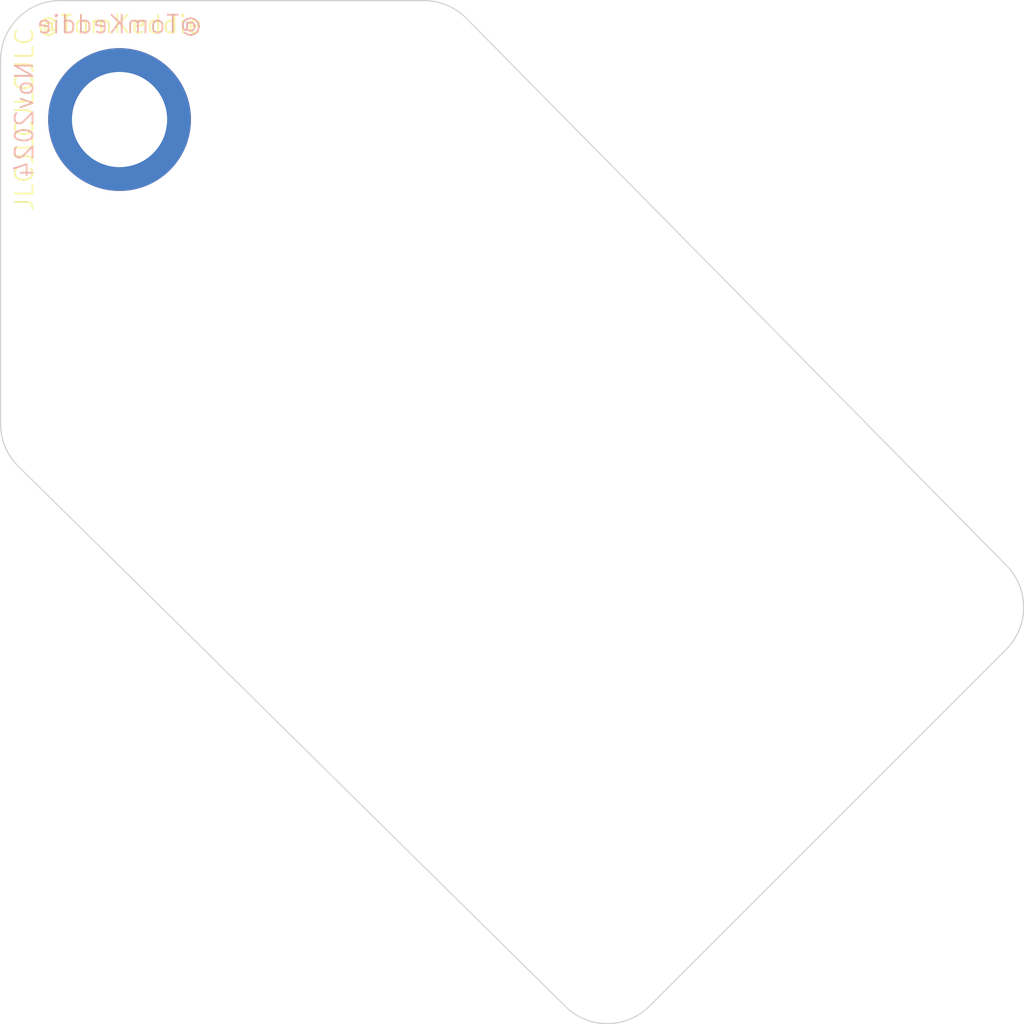
<source format=kicad_pcb>
(kicad_pcb
	(version 20240108)
	(generator "pcbnew")
	(generator_version "8.0")
	(general
		(thickness 1.6)
		(legacy_teardrops no)
	)
	(paper "A4")
	(layers
		(0 "F.Cu" signal)
		(31 "B.Cu" signal)
		(32 "B.Adhes" user "B.Adhesive")
		(33 "F.Adhes" user "F.Adhesive")
		(34 "B.Paste" user)
		(35 "F.Paste" user)
		(36 "B.SilkS" user "B.Silkscreen")
		(37 "F.SilkS" user "F.Silkscreen")
		(38 "B.Mask" user)
		(39 "F.Mask" user)
		(40 "Dwgs.User" user "User.Drawings")
		(41 "Cmts.User" user "User.Comments")
		(42 "Eco1.User" user "User.Eco1")
		(43 "Eco2.User" user "User.Eco2")
		(44 "Edge.Cuts" user)
		(45 "Margin" user)
		(46 "B.CrtYd" user "B.Courtyard")
		(47 "F.CrtYd" user "F.Courtyard")
		(48 "B.Fab" user)
		(49 "F.Fab" user)
		(50 "User.1" user)
		(51 "User.2" user)
		(52 "User.3" user)
		(53 "User.4" user)
		(54 "User.5" user)
		(55 "User.6" user)
		(56 "User.7" user)
		(57 "User.8" user)
		(58 "User.9" user)
	)
	(setup
		(pad_to_mask_clearance 0)
		(allow_soldermask_bridges_in_footprints no)
		(pcbplotparams
			(layerselection 0x00010f0_ffffffff)
			(plot_on_all_layers_selection 0x0000000_00000000)
			(disableapertmacros no)
			(usegerberextensions yes)
			(usegerberattributes no)
			(usegerberadvancedattributes yes)
			(creategerberjobfile yes)
			(dashed_line_dash_ratio 12.000000)
			(dashed_line_gap_ratio 3.000000)
			(svgprecision 4)
			(plotframeref no)
			(viasonmask no)
			(mode 1)
			(useauxorigin no)
			(hpglpennumber 1)
			(hpglpenspeed 20)
			(hpglpendiameter 15.000000)
			(pdf_front_fp_property_popups yes)
			(pdf_back_fp_property_popups yes)
			(dxfpolygonmode yes)
			(dxfimperialunits yes)
			(dxfusepcbnewfont yes)
			(psnegative no)
			(psa4output no)
			(plotreference yes)
			(plotvalue yes)
			(plotfptext yes)
			(plotinvisibletext no)
			(sketchpadsonfab no)
			(subtractmaskfromsilk no)
			(outputformat 1)
			(mirror no)
			(drillshape 0)
			(scaleselection 1)
			(outputdirectory "gerbers-small/")
		)
	)
	(net 0 "")
	(gr_arc
		(start 104.535534 134.535534)
		(mid 101 136)
		(end 97.464466 134.535534)
		(stroke
			(width 0.1)
			(type default)
		)
		(layer "Edge.Cuts")
		(uuid "1f006083-3d79-49cb-8f91-9f326c9f174e")
	)
	(gr_line
		(start 85.586583 50)
		(end 55 50)
		(stroke
			(width 0.1)
			(type default)
		)
		(layer "Edge.Cuts")
		(uuid "1f4520cb-013b-4e22-b3f6-f7778c8c377a")
	)
	(gr_arc
		(start 50 55)
		(mid 51.464466 51.464466)
		(end 55 50)
		(stroke
			(width 0.1)
			(type default)
		)
		(layer "Edge.Cuts")
		(uuid "65c34932-a135-4b4e-9bf7-96b2d8f9a30f")
	)
	(gr_arc
		(start 51.464466 89.122117)
		(mid 50.380602 87.5)
		(end 50 85.586583)
		(stroke
			(width 0.1)
			(type default)
		)
		(layer "Edge.Cuts")
		(uuid "669f6fe5-9198-46f8-9b79-a10903b37d83")
	)
	(gr_line
		(start 50 55)
		(end 50 85.586583)
		(stroke
			(width 0.1)
			(type default)
		)
		(layer "Edge.Cuts")
		(uuid "76db7aa7-3f2a-4bfa-9211-e0a4d81c12ba")
	)
	(gr_arc
		(start 85.586583 50)
		(mid 87.5 50.380602)
		(end 89.122117 51.464466)
		(stroke
			(width 0.1)
			(type default)
		)
		(layer "Edge.Cuts")
		(uuid "9069d2e9-55e8-4b96-9c5f-0799d96cc856")
	)
	(gr_line
		(start 51.464466 89.122117)
		(end 97.464466 134.535534)
		(stroke
			(width 0.1)
			(type default)
		)
		(layer "Edge.Cuts")
		(uuid "acc52b22-94ef-46b9-9232-6be07a08d7ed")
	)
	(gr_line
		(start 134.535534 104.535534)
		(end 104.535534 134.535534)
		(stroke
			(width 0.1)
			(type default)
		)
		(layer "Edge.Cuts")
		(uuid "b8f5fd7a-e6c6-4a35-a96e-f1e5664bbdcb")
	)
	(gr_arc
		(start 134.535534 97.464466)
		(mid 136 101)
		(end 134.535534 104.535534)
		(stroke
			(width 0.1)
			(type default)
		)
		(layer "Edge.Cuts")
		(uuid "c3657e67-c73c-47ea-8fe7-b902f45a1dd1")
	)
	(gr_line
		(start 89.122117 51.464466)
		(end 134.535534 97.464466)
		(stroke
			(width 0.1)
			(type default)
		)
		(layer "Edge.Cuts")
		(uuid "f44577fe-243e-4740-a188-499f3f221d3d")
	)
	(gr_text "Nov2024"
		(at 52 60 90)
		(layer "B.SilkS")
		(uuid "312e5540-e677-4970-a1f6-fbd9a9367e69")
		(effects
			(font
				(size 1.5 1.5)
				(thickness 0.15)
			)
			(justify mirror)
		)
	)
	(gr_text "@TomKeddie"
		(at 60 52 -0)
		(layer "B.SilkS")
		(uuid "d8076896-c814-4986-a461-20fab5f66b57")
		(effects
			(font
				(size 1.5 1.5)
				(thickness 0.15)
			)
			(justify mirror)
		)
	)
	(gr_text "JLCJLCJLCJLC"
		(at 52 60 90)
		(layer "F.SilkS")
		(uuid "6c476001-b606-4814-abdf-ad8fe4a20a41")
		(effects
			(font
				(size 1.5 1.5)
				(thickness 0.15)
			)
		)
	)
	(gr_text "@TomKeddie"
		(at 60 52 0)
		(layer "F.SilkS")
		(uuid "da149475-2de9-4cbc-bfa8-ed14f5349c58")
		(effects
			(font
				(size 1.5 1.5)
				(thickness 0.15)
			)
		)
	)
	(via
		(at 60 60)
		(size 12)
		(drill 8)
		(layers "F.Cu" "B.Cu")
		(net 0)
		(uuid "60b6ab91-cf64-4819-9856-d9e44a64107f")
	)
)

</source>
